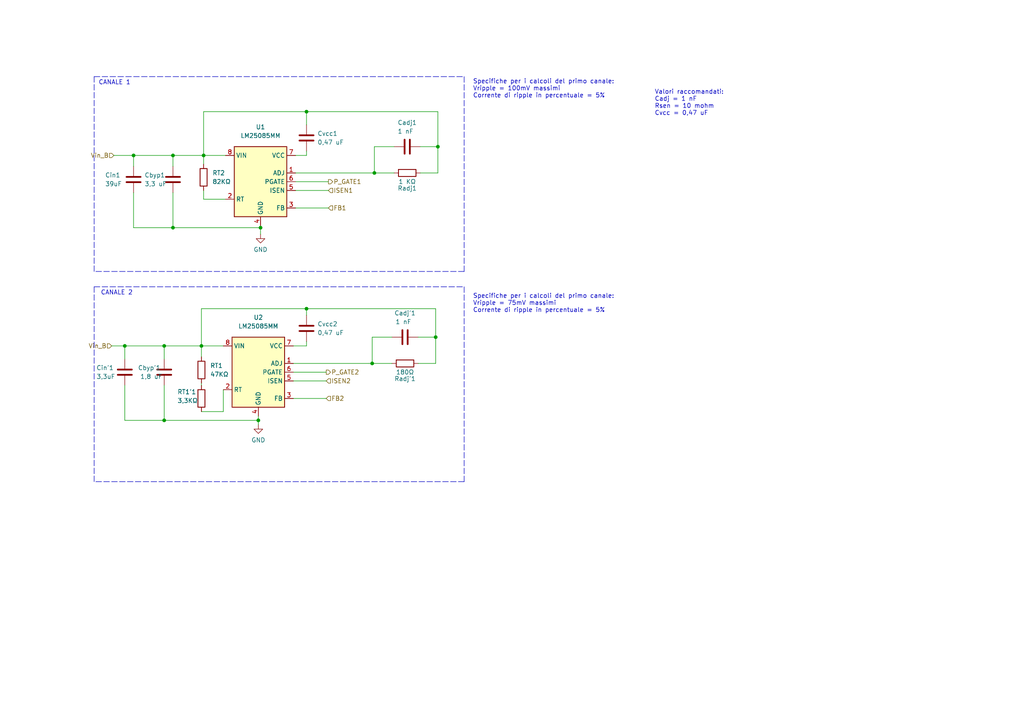
<source format=kicad_sch>
(kicad_sch (version 20211123) (generator eeschema)
  (paper "A4")
  (lib_symbols
    (symbol "Device:C" (pin_numbers hide) (pin_names (offset 0.254))
      (property "Reference" "C" (at 0.635 2.54 0))
      (property "Value" "C" (at 0.635 -2.54 0))
      (symbol "C_0_1"
        (polyline (pts (xy -2.032 -0.762) (xy 2.032 -0.762)) (stroke (width 0.508)))
        (polyline (pts (xy -2.032 0.762) (xy 2.032 0.762)) (stroke (width 0.508)))
      )
      (symbol "C_1_1"
        (pin passive line (at 0 3.81 270) (length 2.794) (name "~") (number "1"))
        (pin passive line (at 0 -3.81 90) (length 2.794) (name "~") (number "2"))
      )
    )
    (symbol "Device:R" (pin_numbers hide) (pin_names (offset 0))
      (property "Reference" "R" (at 2.032 0 90))
      (property "Value" "R" (at 0 0 90))
      (symbol "R_0_1"
        (rectangle (start -1.016 -2.54) (end 1.016 2.54) (stroke (width 0.254)))
      )
      (symbol "R_1_1"
        (pin passive line (at 0 3.81 270) (length 1.27) (name "~") (number "1"))
        (pin passive line (at 0 -3.81 90) (length 1.27) (name "~") (number "2"))
      )
    )
    (symbol "Regulator_Switching:LM25085MM"
      (property "Reference" "U" (at -7.62 11.43 0))
      (property "Value" "LM25085MM" (at -1.27 11.43 0))
      (symbol "LM25085MM_0_1"
        (rectangle (start -7.62 10.16) (end 7.62 -10.16) (stroke (width 0.254)) (fill (type background)))
      )
      (symbol "LM25085MM_1_1"
        (pin input line (at 10.16 2.54 180) (length 2.54) (name "ADJ") (number "1"))
        (pin input line (at -10.16 -5.08 0) (length 2.54) (name "RT") (number "2"))
        (pin input line (at 10.16 -7.62 180) (length 2.54) (name "FB") (number "3"))
        (pin power_in line (at 0 -12.7 90) (length 2.54) (name "GND") (number "4"))
        (pin input line (at 10.16 -2.54 180) (length 2.54) (name "ISEN") (number "5"))
        (pin output line (at 10.16 0 180) (length 2.54) (name "PGATE") (number "6"))
        (pin power_out line (at 10.16 7.62 180) (length 2.54) (name "VCC") (number "7"))
        (pin power_in line (at -10.16 7.62 0) (length 2.54) (name "VIN") (number "8"))
      )
    )
    (symbol "power:GND" (power) (pin_names (offset 0))
      (property "Value" "GND" (at 0 -3.81 0))
      (symbol "GND_0_1"
        (polyline (pts (xy 0 0) (xy 0 -1.27) (xy 1.27 -1.27) (xy 0 -2.54) (xy -1.27 -1.27) (xy 0 -1.27)))
      )
      (symbol "GND_1_1"
        (pin power_in line (at 0 0 270) (length 0) hide (name "GND") (number "1"))
      )
    )
  )
  (junction (at 127 42.545))
  (junction (at 88.9 32.385))
  (junction (at 75.565 66.04))
  (junction (at 58.42 100.33))
  (junction (at 50.165 45.085))
  (junction (at 50.165 66.04))
  (junction (at 38.735 45.085))
  (junction (at 36.195 100.33))
  (junction (at 108.585 50.165))
  (junction (at 88.9 89.535))
  (junction (at 59.055 45.085))
  (junction (at 107.95 105.41))
  (junction (at 47.625 100.33))
  (junction (at 74.93 121.92))
  (junction (at 47.625 121.92))
  (junction (at 126.365 97.79))
  (wire (pts (xy 59.055 45.085) (xy 59.055 47.625)))
  (wire (pts (xy 88.9 99.06) (xy 88.9 100.33)))
  (wire (pts (xy 121.92 50.165) (xy 127 50.165)))
  (wire (pts (xy 59.055 57.785) (xy 59.055 55.245)))
  (wire (pts (xy 85.725 60.325) (xy 95.25 60.325)))
  (wire (pts (xy 88.9 100.33) (xy 85.09 100.33)))
  (polyline (pts (xy 134.62 22.225) (xy 134.62 78.74)))
  (wire (pts (xy 47.625 100.33) (xy 58.42 100.33)))
  (wire (pts (xy 38.735 45.085) (xy 38.735 48.26)))
  (wire (pts (xy 88.9 89.535) (xy 88.9 91.44)))
  (wire (pts (xy 85.09 107.95) (xy 94.615 107.95)))
  (polyline (pts (xy 134.62 139.7) (xy 27.305 139.7)))
  (wire (pts (xy 58.42 100.33) (xy 58.42 103.505)))
  (wire (pts (xy 36.195 111.76) (xy 36.195 121.92)))
  (wire (pts (xy 38.735 66.04) (xy 50.165 66.04)))
  (wire (pts (xy 126.365 89.535) (xy 126.365 97.79)))
  (wire (pts (xy 59.055 57.785) (xy 65.405 57.785)))
  (wire (pts (xy 85.725 55.245) (xy 95.25 55.245)))
  (wire (pts (xy 58.42 89.535) (xy 88.9 89.535)))
  (wire (pts (xy 33.02 45.085) (xy 38.735 45.085)))
  (wire (pts (xy 59.055 32.385) (xy 59.055 45.085)))
  (wire (pts (xy 85.725 52.705) (xy 95.25 52.705)))
  (wire (pts (xy 38.735 55.88) (xy 38.735 66.04)))
  (wire (pts (xy 32.385 100.33) (xy 36.195 100.33)))
  (wire (pts (xy 127 42.545) (xy 127 50.165)))
  (wire (pts (xy 75.565 65.405) (xy 75.565 66.04)))
  (wire (pts (xy 75.565 66.04) (xy 75.565 67.945)))
  (wire (pts (xy 50.165 45.085) (xy 59.055 45.085)))
  (polyline (pts (xy 27.305 78.74) (xy 27.305 22.225)))
  (wire (pts (xy 36.195 100.33) (xy 47.625 100.33)))
  (wire (pts (xy 121.285 97.79) (xy 126.365 97.79)))
  (wire (pts (xy 36.195 100.33) (xy 36.195 104.14)))
  (wire (pts (xy 127 32.385) (xy 88.9 32.385)))
  (wire (pts (xy 121.92 42.545) (xy 127 42.545)))
  (wire (pts (xy 50.165 55.88) (xy 50.165 66.04)))
  (polyline (pts (xy 27.305 139.7) (xy 27.305 83.185)))
  (wire (pts (xy 88.9 89.535) (xy 126.365 89.535)))
  (wire (pts (xy 58.42 89.535) (xy 58.42 100.33)))
  (wire (pts (xy 108.585 42.545) (xy 114.3 42.545)))
  (wire (pts (xy 59.055 45.085) (xy 65.405 45.085)))
  (wire (pts (xy 107.95 97.79) (xy 107.95 105.41)))
  (wire (pts (xy 64.77 119.38) (xy 64.77 113.03)))
  (wire (pts (xy 38.735 45.085) (xy 50.165 45.085)))
  (wire (pts (xy 47.625 100.33) (xy 47.625 104.14)))
  (wire (pts (xy 47.625 111.76) (xy 47.625 121.92)))
  (wire (pts (xy 108.585 50.165) (xy 114.3 50.165)))
  (wire (pts (xy 58.42 100.33) (xy 64.77 100.33)))
  (polyline (pts (xy 27.305 22.225) (xy 134.62 22.225)))
  (polyline (pts (xy 134.62 78.74) (xy 27.305 78.74)))
  (wire (pts (xy 50.165 66.04) (xy 75.565 66.04)))
  (wire (pts (xy 85.725 45.085) (xy 88.9 45.085)))
  (wire (pts (xy 121.285 105.41) (xy 126.365 105.41)))
  (wire (pts (xy 85.09 110.49) (xy 94.615 110.49)))
  (wire (pts (xy 107.95 105.41) (xy 113.665 105.41)))
  (wire (pts (xy 74.93 121.92) (xy 74.93 123.19)))
  (wire (pts (xy 88.9 36.195) (xy 88.9 32.385)))
  (wire (pts (xy 108.585 50.165) (xy 108.585 42.545)))
  (polyline (pts (xy 27.305 83.185) (xy 134.62 83.185)))
  (wire (pts (xy 74.93 120.65) (xy 74.93 121.92)))
  (wire (pts (xy 58.42 119.38) (xy 64.77 119.38)))
  (wire (pts (xy 85.09 105.41) (xy 107.95 105.41)))
  (wire (pts (xy 36.195 121.92) (xy 47.625 121.92)))
  (wire (pts (xy 85.09 115.57) (xy 94.615 115.57)))
  (wire (pts (xy 88.9 32.385) (xy 59.055 32.385)))
  (wire (pts (xy 50.165 45.085) (xy 50.165 48.26)))
  (wire (pts (xy 126.365 97.79) (xy 126.365 105.41)))
  (wire (pts (xy 47.625 121.92) (xy 74.93 121.92)))
  (wire (pts (xy 85.725 50.165) (xy 108.585 50.165)))
  (wire (pts (xy 127 42.545) (xy 127 32.385)))
  (polyline (pts (xy 134.62 83.185) (xy 134.62 139.7)))
  (wire (pts (xy 107.95 97.79) (xy 113.665 97.79)))
  (wire (pts (xy 58.42 111.76) (xy 58.42 111.125)))
  (wire (pts (xy 88.9 45.085) (xy 88.9 43.815)))
  (text "Specifiche per i calcoli del primo canale:\nVripple = 100mV massimi\nCorrente di ripple in percentuale = 5%" (at 137.16 28.575 0) (effects (font (size 1.27 1.27)) (justify left bottom)))
  (text "Specifiche per i calcoli del primo canale:\nVripple = 75mV massimi\nCorrente di ripple in percentuale = 5%" (at 137.16 90.805 0) (effects (font (size 1.27 1.27)) (justify left bottom)))
  (text "Valori raccomandati: \nCadj = 1 nF\nRsen = 10 mohm\nCvcc = 0,47 uF\n" (at 189.865 33.655 0) (effects (font (size 1.27 1.27)) (justify left bottom)))
  (text "CANALE 2\n" (at 29.21 85.725 0) (effects (font (size 1.27 1.27)) (justify left bottom)))
  (text "CANALE 1\n" (at 28.575 24.765 0) (effects (font (size 1.27 1.27)) (justify left bottom)))
  (hierarchical_label "P_GATE1" (shape output) (at 95.25 52.705 0))
  (hierarchical_label "Vin_B" (shape input) (at 33.02 45.085 180))
  (hierarchical_label "P_GATE2" (shape output) (at 94.615 107.95 0))
  (hierarchical_label "ISEN2" (shape input) (at 94.615 110.49 0))
  (hierarchical_label "FB1" (shape input) (at 95.25 60.325 0))
  (hierarchical_label "ISEN1" (shape input) (at 95.25 55.245 0))
  (hierarchical_label "FB2" (shape input) (at 94.615 115.57 0))
  (hierarchical_label "Vin_B" (shape input) (at 32.385 100.33 180))
  (symbol (lib_id "Device:C") (at 88.9 95.25 0) (unit 1)
    (property "Reference" "Cvcc2" (at 92.075 93.9799 0) (effects (justify left)))
    (property "Value" "0,47 uF" (at 92.075 96.5199 0) (effects (justify left)))
    (property "Footprint" "Capacitor_SMD:C_0402_1005Metric" (effects hide))
  )
  (symbol (lib_id "Device:R") (at 58.42 107.315 0) (unit 1)
    (property "Reference" "RT1" (at 60.96 106.0449 0) (effects (justify left)))
    (property "Value" "47KΩ" (at 60.96 108.5849 0) (effects (justify left)))
    (property "Footprint" "Resistor_SMD:R_0402_1005Metric" (effects hide))
  )
  (symbol (lib_id "Device:C") (at 36.195 107.95 0) (unit 1)
    (property "Reference" "Cin'1" (at 27.94 106.68 0) (effects (justify left)))
    (property "Value" "3,3uF" (at 27.94 109.22 0) (effects (justify left)))
    (property "Footprint" "Capacitor_SMD:C_0603_1608Metric" (effects hide))
  )
  (symbol (lib_id "Device:R") (at 59.055 51.435 0) (unit 1)
    (property "Reference" "RT2" (at 61.595 50.1649 0) (effects (justify left)))
    (property "Value" "82KΩ" (at 61.595 52.7049 0) (effects (justify left)))
    (property "Footprint" "Resistor_SMD:R_0603_1608Metric" (effects hide))
  )
  (symbol (lib_id "Device:R") (at 117.475 105.41 90) (unit 1)
    (property "Reference" "Radj'1" (at 117.475 109.855 90))
    (property "Value" "180Ω" (at 117.475 107.95 90))
    (property "Footprint" "Resistor_SMD:R_0402_1005Metric" (effects hide))
  )
  (symbol (lib_id "Device:C") (at 38.735 52.07 0) (unit 1)
    (property "Reference" "Cin1" (at 30.48 50.8 0) (effects (justify left)))
    (property "Value" "39uF" (at 30.48 53.34 0) (effects (justify left)))
    (property "Footprint" "Capacitor_SMD:C_0603_1608Metric" (effects hide))
  )
  (symbol (lib_id "Device:C") (at 88.9 40.005 0) (unit 1)
    (property "Reference" "Cvcc1" (at 92.075 38.7349 0) (effects (justify left)))
    (property "Value" "0,47 uF" (at 92.075 41.2749 0) (effects (justify left)))
    (property "Footprint" "Capacitor_SMD:C_0402_1005Metric" (effects hide))
  )
  (symbol (lib_id "Device:C") (at 117.475 97.79 90) (unit 1)
    (property "Reference" "Cadj'1" (at 117.475 90.805 90))
    (property "Value" "1 nF " (at 117.475 93.345 90))
    (property "Footprint" "Capacitor_SMD:C_0402_1005Metric" (effects hide))
  )
  (symbol (lib_id "Device:C") (at 118.11 42.545 90) (unit 1)
    (property "Reference" "Cadj1" (at 118.11 35.56 90))
    (property "Value" "1 nF " (at 118.11 38.1 90))
    (property "Footprint" "Capacitor_SMD:C_0402_1005Metric" (effects hide))
  )
  (symbol (lib_id "Device:R") (at 58.42 115.57 0) (unit 1)
    (property "Reference" "RT1'1" (at 51.435 113.665 0) (effects (justify left)))
    (property "Value" "3,3KΩ" (at 51.435 116.205 0) (effects (justify left)))
    (property "Footprint" "Resistor_SMD:R_0402_1005Metric" (effects hide))
  )
  (symbol (lib_id "Regulator_Switching:LM25085MM") (at 75.565 52.705 0) (unit 1)
    (property "Reference" "U1" (at 75.565 36.83 0))
    (property "Value" "LM25085MM" (at 75.565 39.37 0))
    (property "Footprint" "Package_SO:MSOP-8_3x3mm_P0.65mm" (effects hide))
    (property "Datasheet" "http://www.ti.com/lit/ds/symlink/lm25085.pdf" (effects hide))
  )
  (symbol (lib_id "Regulator_Switching:LM25085MM") (at 74.93 107.95 0) (unit 1)
    (property "Reference" "U2" (at 74.93 92.075 0))
    (property "Value" "LM25085MM" (at 74.93 94.615 0))
    (property "Footprint" "Package_SO:MSOP-8_3x3mm_P0.65mm" (effects hide))
    (property "Datasheet" "http://www.ti.com/lit/ds/symlink/lm25085.pdf" (effects hide))
  )
  (symbol (lib_id "power:GND") (at 74.93 123.19 0) (unit 1)
    (property "Reference" "#PWR0106" (effects hide))
    (property "Value" "GND" (at 74.93 127.635 0))
  )
  (symbol (lib_id "power:GND") (at 75.565 67.945 0) (unit 1)
    (property "Reference" "#PWR0107" (effects hide))
    (property "Value" "GND" (at 75.565 72.39 0))
  )
  (symbol (lib_id "Device:R") (at 118.11 50.165 90) (unit 1)
    (property "Reference" "Radj1" (at 118.11 54.61 90))
    (property "Value" "1 KΩ" (at 118.11 52.705 90))
    (property "Footprint" "Resistor_SMD:R_0603_1608Metric" (effects hide))
  )
  (symbol (lib_id "Device:C") (at 50.165 52.07 0) (unit 1)
    (property "Reference" "Cbyp1" (at 41.91 50.8 0) (effects (justify left)))
    (property "Value" "3,3 uF" (at 41.91 53.34 0) (effects (justify left)))
    (property "Footprint" "Capacitor_SMD:C_0603_1608Metric" (effects hide))
  )
  (symbol (lib_id "Device:C") (at 47.625 107.95 0) (unit 1)
    (property "Reference" "Cbyp'1" (at 40.005 106.68 0) (effects (justify left)))
    (property "Value" "1,8 uF" (at 40.64 109.22 0) (effects (justify left)))
    (property "Footprint" "Capacitor_SMD:C_0603_1608Metric" (effects hide))
  )
)
</source>
